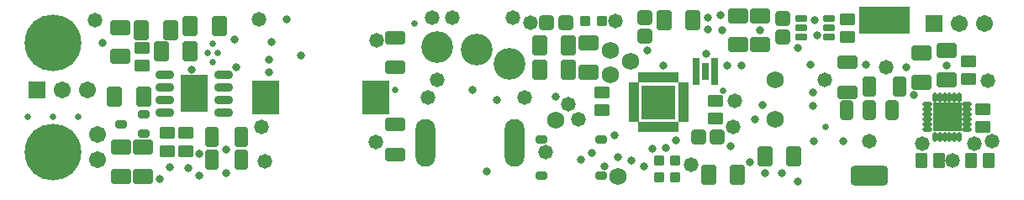
<source format=gts>
G04*
G04 #@! TF.GenerationSoftware,Altium Limited,Altium Designer,19.1.5 (86)*
G04*
G04 Layer_Color=8388736*
%FSLAX25Y25*%
%MOIN*%
G70*
G01*
G75*
%ADD15O,0.01902X0.03950*%
%ADD16O,0.03950X0.01902*%
%ADD17R,0.11430X0.11430*%
%ADD18R,0.13595X0.13595*%
%ADD19R,0.04343X0.01981*%
%ADD20R,0.01981X0.04343*%
G04:AMPARAMS|DCode=21|XSize=39.5mil|YSize=39.5mil|CornerRadius=7.94mil|HoleSize=0mil|Usage=FLASHONLY|Rotation=90.000|XOffset=0mil|YOffset=0mil|HoleType=Round|Shape=RoundedRectangle|*
%AMROUNDEDRECTD21*
21,1,0.03950,0.02362,0,0,90.0*
21,1,0.02362,0.03950,0,0,90.0*
1,1,0.01587,0.01181,0.01181*
1,1,0.01587,0.01181,-0.01181*
1,1,0.01587,-0.01181,-0.01181*
1,1,0.01587,-0.01181,0.01181*
%
%ADD21ROUNDEDRECTD21*%
G04:AMPARAMS|DCode=22|XSize=39.5mil|YSize=39.5mil|CornerRadius=7.94mil|HoleSize=0mil|Usage=FLASHONLY|Rotation=0.000|XOffset=0mil|YOffset=0mil|HoleType=Round|Shape=RoundedRectangle|*
%AMROUNDEDRECTD22*
21,1,0.03950,0.02362,0,0,0.0*
21,1,0.02362,0.03950,0,0,0.0*
1,1,0.01587,0.01181,-0.01181*
1,1,0.01587,-0.01181,-0.01181*
1,1,0.01587,-0.01181,0.01181*
1,1,0.01587,0.01181,0.01181*
%
%ADD22ROUNDEDRECTD22*%
G04:AMPARAMS|DCode=23|XSize=47.37mil|YSize=31.62mil|CornerRadius=9.91mil|HoleSize=0mil|Usage=FLASHONLY|Rotation=0.000|XOffset=0mil|YOffset=0mil|HoleType=Round|Shape=RoundedRectangle|*
%AMROUNDEDRECTD23*
21,1,0.04737,0.01181,0,0,0.0*
21,1,0.02756,0.03162,0,0,0.0*
1,1,0.01981,0.01378,-0.00591*
1,1,0.01981,-0.01378,-0.00591*
1,1,0.01981,-0.01378,0.00591*
1,1,0.01981,0.01378,0.00591*
%
%ADD23ROUNDEDRECTD23*%
G04:AMPARAMS|DCode=24|XSize=78.87mil|YSize=59.18mil|CornerRadius=10.4mil|HoleSize=0mil|Usage=FLASHONLY|Rotation=90.000|XOffset=0mil|YOffset=0mil|HoleType=Round|Shape=RoundedRectangle|*
%AMROUNDEDRECTD24*
21,1,0.07887,0.03839,0,0,90.0*
21,1,0.05807,0.05918,0,0,90.0*
1,1,0.02080,0.01919,0.02904*
1,1,0.02080,0.01919,-0.02904*
1,1,0.02080,-0.01919,-0.02904*
1,1,0.02080,-0.01919,0.02904*
%
%ADD24ROUNDEDRECTD24*%
G04:AMPARAMS|DCode=25|XSize=78.87mil|YSize=59.18mil|CornerRadius=10.4mil|HoleSize=0mil|Usage=FLASHONLY|Rotation=180.000|XOffset=0mil|YOffset=0mil|HoleType=Round|Shape=RoundedRectangle|*
%AMROUNDEDRECTD25*
21,1,0.07887,0.03839,0,0,180.0*
21,1,0.05807,0.05918,0,0,180.0*
1,1,0.02080,-0.02904,0.01919*
1,1,0.02080,0.02904,0.01919*
1,1,0.02080,0.02904,-0.01919*
1,1,0.02080,-0.02904,-0.01919*
%
%ADD25ROUNDEDRECTD25*%
%ADD26R,0.02769X0.10642*%
%ADD27R,0.02769X0.07099*%
G04:AMPARAMS|DCode=28|XSize=47.37mil|YSize=29.65mil|CornerRadius=9.41mil|HoleSize=0mil|Usage=FLASHONLY|Rotation=180.000|XOffset=0mil|YOffset=0mil|HoleType=Round|Shape=RoundedRectangle|*
%AMROUNDEDRECTD28*
21,1,0.04737,0.01083,0,0,180.0*
21,1,0.02854,0.02965,0,0,180.0*
1,1,0.01883,-0.01427,0.00541*
1,1,0.01883,0.01427,0.00541*
1,1,0.01883,0.01427,-0.00541*
1,1,0.01883,-0.01427,-0.00541*
%
%ADD28ROUNDEDRECTD28*%
G04:AMPARAMS|DCode=29|XSize=31.62mil|YSize=47.37mil|CornerRadius=6.95mil|HoleSize=0mil|Usage=FLASHONLY|Rotation=90.000|XOffset=0mil|YOffset=0mil|HoleType=Round|Shape=RoundedRectangle|*
%AMROUNDEDRECTD29*
21,1,0.03162,0.03347,0,0,90.0*
21,1,0.01772,0.04737,0,0,90.0*
1,1,0.01391,0.01673,0.00886*
1,1,0.01391,0.01673,-0.00886*
1,1,0.01391,-0.01673,-0.00886*
1,1,0.01391,-0.01673,0.00886*
%
%ADD29ROUNDEDRECTD29*%
G04:AMPARAMS|DCode=30|XSize=58mil|YSize=58mil|CornerRadius=10.25mil|HoleSize=0mil|Usage=FLASHONLY|Rotation=270.000|XOffset=0mil|YOffset=0mil|HoleType=Round|Shape=RoundedRectangle|*
%AMROUNDEDRECTD30*
21,1,0.05800,0.03750,0,0,270.0*
21,1,0.03750,0.05800,0,0,270.0*
1,1,0.02050,-0.01875,-0.01875*
1,1,0.02050,-0.01875,0.01875*
1,1,0.02050,0.01875,0.01875*
1,1,0.02050,0.01875,-0.01875*
%
%ADD30ROUNDEDRECTD30*%
G04:AMPARAMS|DCode=31|XSize=58mil|YSize=58mil|CornerRadius=10.25mil|HoleSize=0mil|Usage=FLASHONLY|Rotation=0.000|XOffset=0mil|YOffset=0mil|HoleType=Round|Shape=RoundedRectangle|*
%AMROUNDEDRECTD31*
21,1,0.05800,0.03750,0,0,0.0*
21,1,0.03750,0.05800,0,0,0.0*
1,1,0.02050,0.01875,-0.01875*
1,1,0.02050,-0.01875,-0.01875*
1,1,0.02050,-0.01875,0.01875*
1,1,0.02050,0.01875,0.01875*
%
%ADD31ROUNDEDRECTD31*%
%ADD32R,0.11036X0.13398*%
G04:AMPARAMS|DCode=33|XSize=78.87mil|YSize=53.28mil|CornerRadius=9.66mil|HoleSize=0mil|Usage=FLASHONLY|Rotation=270.000|XOffset=0mil|YOffset=0mil|HoleType=Round|Shape=RoundedRectangle|*
%AMROUNDEDRECTD33*
21,1,0.07887,0.03396,0,0,270.0*
21,1,0.05955,0.05328,0,0,270.0*
1,1,0.01932,-0.01698,-0.02977*
1,1,0.01932,-0.01698,0.02977*
1,1,0.01932,0.01698,0.02977*
1,1,0.01932,0.01698,-0.02977*
%
%ADD33ROUNDEDRECTD33*%
G04:AMPARAMS|DCode=34|XSize=78.87mil|YSize=53.28mil|CornerRadius=9.66mil|HoleSize=0mil|Usage=FLASHONLY|Rotation=180.000|XOffset=0mil|YOffset=0mil|HoleType=Round|Shape=RoundedRectangle|*
%AMROUNDEDRECTD34*
21,1,0.07887,0.03396,0,0,180.0*
21,1,0.05955,0.05328,0,0,180.0*
1,1,0.01932,-0.02977,0.01698*
1,1,0.01932,0.02977,0.01698*
1,1,0.01932,0.02977,-0.01698*
1,1,0.01932,-0.02977,-0.01698*
%
%ADD34ROUNDEDRECTD34*%
G04:AMPARAMS|DCode=35|XSize=63.12mil|YSize=47.37mil|CornerRadius=8.92mil|HoleSize=0mil|Usage=FLASHONLY|Rotation=0.000|XOffset=0mil|YOffset=0mil|HoleType=Round|Shape=RoundedRectangle|*
%AMROUNDEDRECTD35*
21,1,0.06312,0.02953,0,0,0.0*
21,1,0.04528,0.04737,0,0,0.0*
1,1,0.01784,0.02264,-0.01476*
1,1,0.01784,-0.02264,-0.01476*
1,1,0.01784,-0.02264,0.01476*
1,1,0.01784,0.02264,0.01476*
%
%ADD35ROUNDEDRECTD35*%
G04:AMPARAMS|DCode=36|XSize=63.12mil|YSize=47.37mil|CornerRadius=8.92mil|HoleSize=0mil|Usage=FLASHONLY|Rotation=90.000|XOffset=0mil|YOffset=0mil|HoleType=Round|Shape=RoundedRectangle|*
%AMROUNDEDRECTD36*
21,1,0.06312,0.02953,0,0,90.0*
21,1,0.04528,0.04737,0,0,90.0*
1,1,0.01784,0.01476,0.02264*
1,1,0.01784,0.01476,-0.02264*
1,1,0.01784,-0.01476,-0.02264*
1,1,0.01784,-0.01476,0.02264*
%
%ADD36ROUNDEDRECTD36*%
G04:AMPARAMS|DCode=37|XSize=70.99mil|YSize=31.62mil|CornerRadius=9.91mil|HoleSize=0mil|Usage=FLASHONLY|Rotation=180.000|XOffset=0mil|YOffset=0mil|HoleType=Round|Shape=RoundedRectangle|*
%AMROUNDEDRECTD37*
21,1,0.07099,0.01181,0,0,180.0*
21,1,0.05118,0.03162,0,0,180.0*
1,1,0.01981,-0.02559,0.00591*
1,1,0.01981,0.02559,0.00591*
1,1,0.01981,0.02559,-0.00591*
1,1,0.01981,-0.02559,-0.00591*
%
%ADD37ROUNDEDRECTD37*%
%ADD38R,0.10642X0.14580*%
%ADD39C,0.02600*%
G04:AMPARAMS|DCode=40|XSize=51.31mil|YSize=76.9mil|CornerRadius=9.41mil|HoleSize=0mil|Usage=FLASHONLY|Rotation=180.000|XOffset=0mil|YOffset=0mil|HoleType=Round|Shape=RoundedRectangle|*
%AMROUNDEDRECTD40*
21,1,0.05131,0.05807,0,0,180.0*
21,1,0.03248,0.07690,0,0,180.0*
1,1,0.01883,-0.01624,0.02904*
1,1,0.01883,0.01624,0.02904*
1,1,0.01883,0.01624,-0.02904*
1,1,0.01883,-0.01624,-0.02904*
%
%ADD40ROUNDEDRECTD40*%
G04:AMPARAMS|DCode=41|XSize=51.31mil|YSize=76.9mil|CornerRadius=9.41mil|HoleSize=0mil|Usage=FLASHONLY|Rotation=180.000|XOffset=0mil|YOffset=0mil|HoleType=Round|Shape=RoundedRectangle|*
%AMROUNDEDRECTD41*
21,1,0.05131,0.05807,0,0,180.0*
21,1,0.03248,0.07690,0,0,180.0*
1,1,0.01883,-0.01624,0.02904*
1,1,0.01883,0.01624,0.02904*
1,1,0.01883,0.01624,-0.02904*
1,1,0.01883,-0.01624,-0.02904*
%
%ADD41ROUNDEDRECTD41*%
G04:AMPARAMS|DCode=42|XSize=145.8mil|YSize=76.9mil|CornerRadius=12.61mil|HoleSize=0mil|Usage=FLASHONLY|Rotation=180.000|XOffset=0mil|YOffset=0mil|HoleType=Round|Shape=RoundedRectangle|*
%AMROUNDEDRECTD42*
21,1,0.14580,0.05167,0,0,180.0*
21,1,0.12057,0.07690,0,0,180.0*
1,1,0.02522,-0.06029,0.02584*
1,1,0.02522,0.06029,0.02584*
1,1,0.02522,0.06029,-0.02584*
1,1,0.02522,-0.06029,-0.02584*
%
%ADD42ROUNDEDRECTD42*%
%ADD43C,0.06800*%
%ADD44C,0.06706*%
%ADD45R,0.20485X0.10642*%
%ADD46C,0.22453*%
%ADD47O,0.07887X0.18910*%
%ADD48C,0.12611*%
%ADD49R,0.06706X0.06706*%
%ADD50C,0.02572*%
%ADD51C,0.03162*%
%ADD52C,0.05800*%
D15*
X365445Y37492D02*
D03*
X367413D02*
D03*
X369382D02*
D03*
X371350D02*
D03*
X373319D02*
D03*
X375287D02*
D03*
Y21744D02*
D03*
X373319D02*
D03*
X371350D02*
D03*
X369382D02*
D03*
X367413D02*
D03*
X365445D02*
D03*
D16*
X378240Y34539D02*
D03*
Y32571D02*
D03*
Y30602D02*
D03*
Y28634D02*
D03*
Y26665D02*
D03*
Y24697D02*
D03*
X362492D02*
D03*
Y26665D02*
D03*
Y28634D02*
D03*
Y30602D02*
D03*
Y32571D02*
D03*
Y34539D02*
D03*
D17*
X370366Y29618D02*
D03*
D18*
X255906Y35433D02*
D03*
D19*
X265748Y28543D02*
D03*
Y30512D02*
D03*
Y32480D02*
D03*
Y34449D02*
D03*
Y36417D02*
D03*
Y38386D02*
D03*
Y40354D02*
D03*
Y42323D02*
D03*
X246063D02*
D03*
Y40354D02*
D03*
Y38386D02*
D03*
Y36417D02*
D03*
Y34449D02*
D03*
Y32480D02*
D03*
Y30512D02*
D03*
Y28543D02*
D03*
D20*
X262795Y45276D02*
D03*
X260827D02*
D03*
X258858D02*
D03*
X256890D02*
D03*
X254921D02*
D03*
X252953D02*
D03*
X250984D02*
D03*
X249016D02*
D03*
Y25591D02*
D03*
X250984D02*
D03*
X252953D02*
D03*
X254921D02*
D03*
X256890D02*
D03*
X258858D02*
D03*
X260827D02*
D03*
X262795D02*
D03*
D21*
X256299Y5709D02*
D03*
Y12402D02*
D03*
X262598Y5709D02*
D03*
Y12402D02*
D03*
D22*
X226969Y67716D02*
D03*
X233661D02*
D03*
D23*
X209449Y20571D02*
D03*
Y6201D02*
D03*
X233071Y20571D02*
D03*
Y6201D02*
D03*
D24*
X40354Y37795D02*
D03*
X51772D02*
D03*
X81693Y65748D02*
D03*
X70276D02*
D03*
Y55512D02*
D03*
X58858D02*
D03*
X62402Y64173D02*
D03*
X50984D02*
D03*
X269488Y68110D02*
D03*
X258071D02*
D03*
X287205Y6693D02*
D03*
X275787D02*
D03*
X220276Y48228D02*
D03*
X208858D02*
D03*
X309646Y14173D02*
D03*
X298228D02*
D03*
X220276Y58071D02*
D03*
X208858D02*
D03*
D25*
X42520Y53740D02*
D03*
Y65158D02*
D03*
X51575Y17520D02*
D03*
Y6102D02*
D03*
X42913D02*
D03*
Y17520D02*
D03*
X360236Y54921D02*
D03*
Y43504D02*
D03*
X370079Y55905D02*
D03*
Y44488D02*
D03*
X228346Y47441D02*
D03*
Y58858D02*
D03*
X296260Y69685D02*
D03*
Y58268D02*
D03*
X287402D02*
D03*
Y69685D02*
D03*
D26*
X278346Y47638D02*
D03*
X270866D02*
D03*
D27*
X274606D02*
D03*
D28*
X323425Y61221D02*
D03*
Y64961D02*
D03*
Y68701D02*
D03*
X312402Y61221D02*
D03*
Y64961D02*
D03*
Y68701D02*
D03*
D29*
X51772Y23031D02*
D03*
Y30512D02*
D03*
X42717Y26772D02*
D03*
D30*
X250394Y61604D02*
D03*
Y69104D02*
D03*
X305118Y61211D02*
D03*
Y68711D02*
D03*
D31*
X279341Y21654D02*
D03*
X271841D02*
D03*
X211604Y66929D02*
D03*
X219104D02*
D03*
D32*
X100197Y37402D02*
D03*
X143898D02*
D03*
D33*
X78740Y21654D02*
D03*
X90551D02*
D03*
X78740Y12795D02*
D03*
X90551D02*
D03*
X351378Y41732D02*
D03*
X339567D02*
D03*
D34*
X151575Y61024D02*
D03*
Y49213D02*
D03*
X151575Y14764D02*
D03*
Y26575D02*
D03*
X330709Y51181D02*
D03*
Y39370D02*
D03*
D35*
X68504Y23228D02*
D03*
Y16142D02*
D03*
X51181Y50000D02*
D03*
Y57087D02*
D03*
X61024Y23228D02*
D03*
Y16142D02*
D03*
X378937Y44685D02*
D03*
Y51772D02*
D03*
X330709Y68504D02*
D03*
Y61417D02*
D03*
X384646Y32677D02*
D03*
Y25591D02*
D03*
X233465Y32283D02*
D03*
Y39370D02*
D03*
X278543Y28937D02*
D03*
Y36024D02*
D03*
D36*
X360236Y12205D02*
D03*
X367323D02*
D03*
X387008D02*
D03*
X379921D02*
D03*
D37*
X83661Y31417D02*
D03*
Y36417D02*
D03*
Y41417D02*
D03*
Y46417D02*
D03*
X60039Y31417D02*
D03*
Y36417D02*
D03*
Y41417D02*
D03*
Y46417D02*
D03*
D38*
X71850Y38917D02*
D03*
D39*
X322047Y25591D02*
D03*
X281496Y40157D02*
D03*
X25984Y29528D02*
D03*
X5906D02*
D03*
X15748D02*
D03*
X159055Y66535D02*
D03*
X151575Y40354D02*
D03*
D40*
X348622Y32283D02*
D03*
D41*
X339567D02*
D03*
X330512D02*
D03*
D42*
X339567Y6299D02*
D03*
D43*
X244882Y51575D02*
D03*
X237008Y55905D02*
D03*
Y46457D02*
D03*
X215354Y28346D02*
D03*
X239764Y5906D02*
D03*
X302165Y28543D02*
D03*
Y44291D02*
D03*
D44*
X33465Y22716D02*
D03*
Y12717D02*
D03*
X375197Y66535D02*
D03*
X385197D02*
D03*
X19685Y40354D02*
D03*
X29685D02*
D03*
D45*
X345472Y67913D02*
D03*
D46*
X15748Y59055D02*
D03*
Y15748D02*
D03*
D47*
X163386Y19291D02*
D03*
X198819D02*
D03*
D48*
X183858Y56299D02*
D03*
X168110Y57480D02*
D03*
X196850Y50787D02*
D03*
D49*
X365197Y66535D02*
D03*
X9685Y40354D02*
D03*
D50*
X74803Y38917D02*
D03*
X68898D02*
D03*
X71850Y43839D02*
D03*
Y33996D02*
D03*
X79134Y51279D02*
D03*
Y58760D02*
D03*
X81102Y55020D02*
D03*
X77165D02*
D03*
D51*
X245177Y12205D02*
D03*
X284449Y18110D02*
D03*
X338090Y50492D02*
D03*
X316240Y50394D02*
D03*
X274902Y54724D02*
D03*
X101575Y52264D02*
D03*
X73917Y14961D02*
D03*
X73819Y6299D02*
D03*
X275590Y64468D02*
D03*
Y68898D02*
D03*
X258760Y17421D02*
D03*
X253543Y17028D02*
D03*
X262697Y20406D02*
D03*
X280512Y69882D02*
D03*
X215354Y37795D02*
D03*
X187992Y7874D02*
D03*
X191929Y36417D02*
D03*
X182087Y40354D02*
D03*
X238583Y22441D02*
D03*
X225197Y12598D02*
D03*
X234646Y9843D02*
D03*
X239764Y13780D02*
D03*
X108661Y68504D02*
D03*
X102362Y59449D02*
D03*
X229528Y15354D02*
D03*
X251575Y55905D02*
D03*
X257874Y50000D02*
D03*
X283071D02*
D03*
X288976D02*
D03*
X281102Y64173D02*
D03*
X317323Y33858D02*
D03*
Y39370D02*
D03*
X329134Y20079D02*
D03*
X317543Y19906D02*
D03*
X292323Y11811D02*
D03*
X298228Y7283D02*
D03*
X304724Y7480D02*
D03*
X311024Y3937D02*
D03*
X250181Y10055D02*
D03*
X297244Y34449D02*
D03*
X294291Y28543D02*
D03*
X296260Y63976D02*
D03*
X318996Y62106D02*
D03*
X317913Y67913D02*
D03*
X311024Y57087D02*
D03*
X354331Y49213D02*
D03*
X357283Y38386D02*
D03*
X370079Y49902D02*
D03*
X114173Y54134D02*
D03*
X35433Y59055D02*
D03*
X87865Y60236D02*
D03*
X84646Y7382D02*
D03*
X101378Y47244D02*
D03*
X84646Y16732D02*
D03*
X88583Y49370D02*
D03*
X70866Y48228D02*
D03*
X69685Y9449D02*
D03*
X62205Y9646D02*
D03*
X58071Y4921D02*
D03*
D52*
X381269Y19064D02*
D03*
X224311Y28740D02*
D03*
X166339Y68898D02*
D03*
X174213D02*
D03*
X198031D02*
D03*
X205118Y67028D02*
D03*
X164370Y37402D02*
D03*
X211024Y15551D02*
D03*
X202756Y37402D02*
D03*
X143701Y19685D02*
D03*
X168307Y44291D02*
D03*
X238976Y67716D02*
D03*
X220079Y34646D02*
D03*
X285433Y25591D02*
D03*
X286024Y36024D02*
D03*
X268701Y10827D02*
D03*
X321850Y44291D02*
D03*
X386409Y43890D02*
D03*
X360630Y18898D02*
D03*
X372441Y12205D02*
D03*
X388189Y20079D02*
D03*
X339478Y19990D02*
D03*
X346240Y49213D02*
D03*
X99783Y11988D02*
D03*
X32677Y68110D02*
D03*
X97638Y68504D02*
D03*
X98425Y25591D02*
D03*
X144095Y60039D02*
D03*
M02*

</source>
